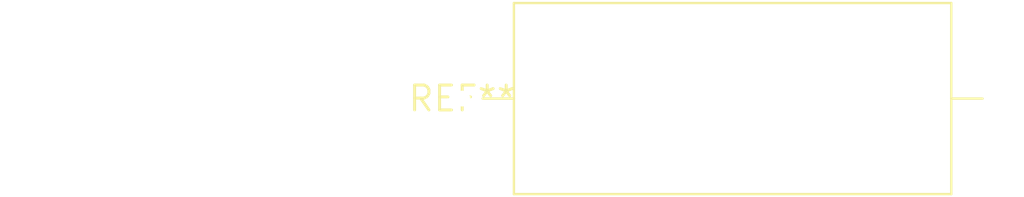
<source format=kicad_pcb>
(kicad_pcb (version 20240108) (generator pcbnew)
  (layers (0 "F.Cu" signal) (31 "B.Cu" signal) (34 "B.Paste" user) (35 "F.Paste" user) (36 "B.SilkS" user "B.Silkscreen") (37 "F.SilkS" user "F.Silkscreen") (38 "B.Mask" user) (39 "F.Mask" user) (44 "Edge.Cuts" user))
  (net 0 "")
  (footprint "C_Axial_L22.0mm_D9.5mm_P27.50mm_Horizontal" (layer "F.Cu") (at 0 0)
    (property "Reference" "REF**")
    (property "Value" "C_Axial_L22.0mm_D9.5mm_P27.50mm_Horizontal")
    (fp_line (start 1.04 0) (end 2.63 0) (layer "F.SilkS") (stroke (width 0.12)))
    (fp_line (start 2.63 -4.87) (end 2.63 4.87) (layer "F.SilkS") (stroke (width 0.12)))
    (fp_line (start 2.63 4.87) (end 24.87 4.87) (layer "F.SilkS") (stroke (width 0.12)))
    (fp_line (start 24.87 -4.87) (end 2.63 -4.87) (layer "F.SilkS") (stroke (width 0.12)))
    (fp_line (start 24.87 4.87) (end 24.87 -4.87) (layer "F.SilkS") (stroke (width 0.12)))
    (fp_line (start 26.46 0) (end 24.87 0) (layer "F.SilkS") (stroke (width 0.12)))
    (pad "1" thru_hole circle (at 0 0) (size 1.6 1.6) (drill 0.8) (layers *.Cu *.Mask) (remove_unused_layers))
    (pad "2" thru_hole oval (at 27.5 0) (size 1.6 1.6) (drill 0.8) (layers *.Cu *.Mask) (remove_unused_layers))
  )
)
</source>
